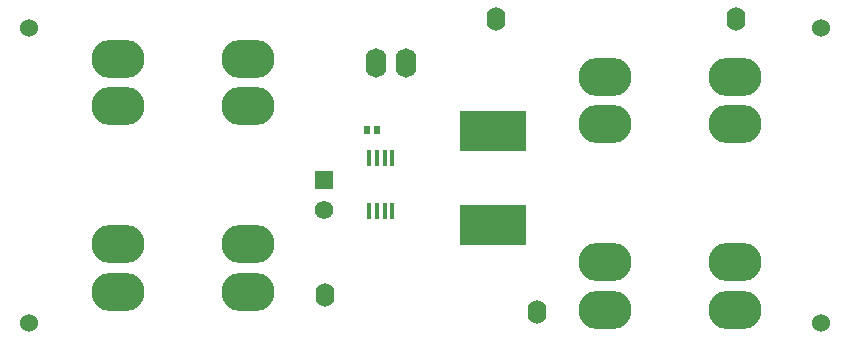
<source format=gbr>
G04*
G04 #@! TF.GenerationSoftware,Altium Limited,Altium Designer,23.0.1 (38)*
G04*
G04 Layer_Color=255*
%FSLAX25Y25*%
%MOIN*%
G70*
G04*
G04 #@! TF.SameCoordinates,E18D91D4-50B4-47E9-96DD-EFB38571A0BB*
G04*
G04*
G04 #@! TF.FilePolarity,Positive*
G04*
G01*
G75*
%ADD15R,0.01700X0.05500*%
%ADD16R,0.02362X0.02520*%
%ADD17R,0.21900X0.13800*%
%ADD23C,0.06181*%
%ADD24R,0.06181X0.06181*%
%ADD27O,0.17717X0.12795*%
%ADD28C,0.06000*%
%ADD29O,0.06890X0.09843*%
%ADD30O,0.06299X0.07874*%
D15*
X130300Y49100D02*
D03*
X127700D02*
D03*
X125200D02*
D03*
Y66900D02*
D03*
X127700D02*
D03*
X130300D02*
D03*
X132800D02*
D03*
Y49100D02*
D03*
D16*
X124268Y76000D02*
D03*
X127732D02*
D03*
D17*
X166269Y44508D02*
D03*
Y75708D02*
D03*
D23*
X110000Y49500D02*
D03*
D24*
Y59500D02*
D03*
D27*
X41346Y84031D02*
D03*
X84654Y22220D02*
D03*
Y99779D02*
D03*
Y37969D02*
D03*
X41346Y99779D02*
D03*
X84654Y84031D02*
D03*
X41346Y22220D02*
D03*
Y37969D02*
D03*
X247153Y78031D02*
D03*
Y93779D02*
D03*
X203847Y31969D02*
D03*
X247153Y16220D02*
D03*
X203847Y78031D02*
D03*
Y16220D02*
D03*
Y93779D02*
D03*
X247153Y31969D02*
D03*
D28*
X275716Y11811D02*
D03*
Y110236D02*
D03*
X11811D02*
D03*
Y11811D02*
D03*
D29*
X127500Y98500D02*
D03*
X137500D02*
D03*
D30*
X181000Y15500D02*
D03*
X247500Y113000D02*
D03*
X167500D02*
D03*
X110500Y21000D02*
D03*
M02*

</source>
